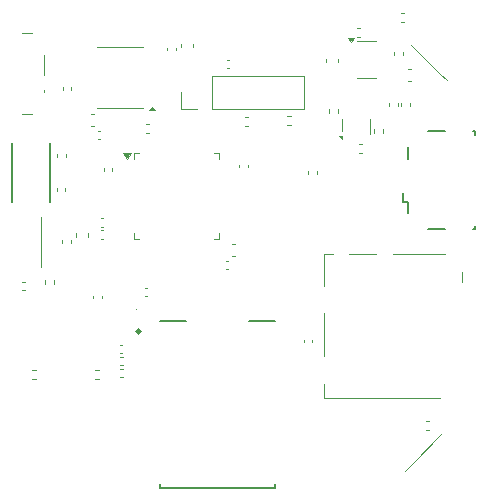
<source format=gbr>
%TF.GenerationSoftware,KiCad,Pcbnew,9.0.2*%
%TF.CreationDate,2025-09-04T21:02:57-04:00*%
%TF.ProjectId,GPSWatch,47505357-6174-4636-982e-6b696361645f,rev?*%
%TF.SameCoordinates,Original*%
%TF.FileFunction,Legend,Top*%
%TF.FilePolarity,Positive*%
%FSLAX46Y46*%
G04 Gerber Fmt 4.6, Leading zero omitted, Abs format (unit mm)*
G04 Created by KiCad (PCBNEW 9.0.2) date 2025-09-04 21:02:57*
%MOMM*%
%LPD*%
G01*
G04 APERTURE LIST*
%ADD10C,0.150000*%
%ADD11C,0.120000*%
%ADD12C,0.100000*%
%ADD13C,0.127000*%
%ADD14C,0.300000*%
G04 APERTURE END LIST*
D10*
%TO.C,J1*%
X171075000Y-111300000D02*
X172475000Y-111300000D01*
X174875000Y-111300000D02*
X175025000Y-111300000D01*
X175025000Y-111300000D02*
X175025000Y-111000000D01*
X168900000Y-108950000D02*
X169325000Y-108950000D01*
X169325000Y-108950000D02*
X169325000Y-109950000D01*
X168900000Y-108225000D02*
X168900000Y-108950000D01*
X169325000Y-105350000D02*
X169325000Y-104350000D01*
X175025000Y-103300000D02*
X175025000Y-103000000D01*
X172475000Y-103000000D02*
X171075000Y-103000000D01*
X175025000Y-103000000D02*
X174875000Y-103000000D01*
D11*
%TO.C,SW4*%
X169666548Y-131141421D02*
X172141421Y-128666548D01*
X169666548Y-131141421D02*
X169694832Y-131169706D01*
X169129146Y-131735391D02*
X169694832Y-131169706D01*
%TO.C,SW2*%
X136685000Y-101550000D02*
X137475000Y-101550000D01*
X138525000Y-99500000D02*
X138525000Y-99700000D01*
X138525000Y-96500000D02*
X138525000Y-98200000D01*
X137475000Y-94650000D02*
X136685000Y-94650000D01*
D12*
%TO.C,U6*%
X146412500Y-118125000D02*
G75*
G02*
X146312500Y-118125000I-50000J0D01*
G01*
X146312500Y-118125000D02*
G75*
G02*
X146412500Y-118125000I50000J0D01*
G01*
D11*
%TO.C,U4*%
X163790000Y-103650000D02*
X163510000Y-103370000D01*
X163790000Y-103370000D01*
X163790000Y-103650000D01*
G36*
X163790000Y-103650000D02*
G01*
X163510000Y-103370000D01*
X163790000Y-103370000D01*
X163790000Y-103650000D01*
G37*
X166110000Y-101960000D02*
X166110000Y-103260000D01*
X163790000Y-101960000D02*
X163790000Y-103010000D01*
D13*
%TO.C,U5*%
X148350000Y-119075000D02*
X150575000Y-119075000D01*
X148350000Y-132850000D02*
X148350000Y-133225000D01*
X148350000Y-133225000D02*
X158100000Y-133225000D01*
X155875000Y-119075000D02*
X158100000Y-119075000D01*
X158100000Y-133225000D02*
X158100000Y-132850000D01*
D14*
X146625000Y-119950000D02*
G75*
G02*
X146425000Y-119950000I-100000J0D01*
G01*
X146425000Y-119950000D02*
G75*
G02*
X146625000Y-119950000I100000J0D01*
G01*
D11*
%TO.C,R16*%
X170846359Y-128305000D02*
X171153641Y-128305000D01*
X170846359Y-127545000D02*
X171153641Y-127545000D01*
%TO.C,U3*%
X165837500Y-95365000D02*
X165037500Y-95365000D01*
X165837500Y-95365000D02*
X166637500Y-95365000D01*
X165837500Y-98485000D02*
X165037500Y-98485000D01*
X165837500Y-98485000D02*
X166637500Y-98485000D01*
X164537500Y-95415000D02*
X164297500Y-95085000D01*
X164777500Y-95085000D01*
X164537500Y-95415000D01*
G36*
X164537500Y-95415000D02*
G01*
X164297500Y-95085000D01*
X164777500Y-95085000D01*
X164537500Y-95415000D01*
G37*
%TO.C,R17*%
X161630000Y-106628641D02*
X161630000Y-106321359D01*
X160870000Y-106628641D02*
X160870000Y-106321359D01*
%TO.C,R12*%
X140855000Y-99221359D02*
X140855000Y-99528641D01*
X140095000Y-99221359D02*
X140095000Y-99528641D01*
%TO.C,R2*%
X168795000Y-100571359D02*
X168795000Y-100878641D01*
X169555000Y-100571359D02*
X169555000Y-100878641D01*
%TO.C,R5*%
X166445000Y-102831359D02*
X166445000Y-103138641D01*
X167205000Y-102831359D02*
X167205000Y-103138641D01*
%TO.C,R6*%
X165171359Y-104865000D02*
X165478641Y-104865000D01*
X165171359Y-104105000D02*
X165478641Y-104105000D01*
%TO.C,R3*%
X165316141Y-95017500D02*
X165008859Y-95017500D01*
X165316141Y-94257500D02*
X165008859Y-94257500D01*
%TO.C,R8*%
X155521359Y-102530000D02*
X155828641Y-102530000D01*
X155521359Y-101770000D02*
X155828641Y-101770000D01*
%TO.C,R4*%
X168132500Y-96243859D02*
X168132500Y-96551141D01*
X168892500Y-96243859D02*
X168892500Y-96551141D01*
%TO.C,U7*%
X147915000Y-101230000D02*
X147435000Y-101230000D01*
X147675000Y-100900000D01*
X147915000Y-101230000D01*
G36*
X147915000Y-101230000D02*
G01*
X147435000Y-101230000D01*
X147675000Y-100900000D01*
X147915000Y-101230000D01*
G37*
X144975000Y-95875000D02*
X143025000Y-95875000D01*
X144975000Y-95875000D02*
X146925000Y-95875000D01*
X144975000Y-100995000D02*
X143025000Y-100995000D01*
X144975000Y-100995000D02*
X146925000Y-100995000D01*
%TO.C,J4*%
X172512500Y-113405000D02*
X168062500Y-113405000D01*
X166662500Y-113405000D02*
X164362500Y-113405000D01*
X162962500Y-113405000D02*
X162242500Y-113405000D01*
X162242500Y-113405000D02*
X162242500Y-116085000D01*
X173882500Y-114885000D02*
X173882500Y-115745000D01*
X162242500Y-118385000D02*
X162242500Y-122055000D01*
X162242500Y-124355000D02*
X162242500Y-125585000D01*
X162242500Y-125585000D02*
X172062500Y-125585000D01*
%TO.C,C24*%
X140335000Y-107817164D02*
X140335000Y-108032836D01*
X139615000Y-107817164D02*
X139615000Y-108032836D01*
%TO.C,C22*%
X145182836Y-122065000D02*
X144967164Y-122065000D01*
X145182836Y-122785000D02*
X144967164Y-122785000D01*
%TO.C,C20*%
X136907836Y-115740000D02*
X136692164Y-115740000D01*
X136907836Y-116460000D02*
X136692164Y-116460000D01*
%TO.C,C17*%
X153992164Y-96940000D02*
X154207836Y-96940000D01*
X153992164Y-97660000D02*
X154207836Y-97660000D01*
%TO.C,C19*%
X139640000Y-105177836D02*
X139640000Y-104962164D01*
X140360000Y-105177836D02*
X140360000Y-104962164D01*
%TO.C,R1*%
X167720000Y-100571359D02*
X167720000Y-100878641D01*
X168480000Y-100571359D02*
X168480000Y-100878641D01*
%TO.C,C21*%
X145182836Y-123090000D02*
X144967164Y-123090000D01*
X145182836Y-123810000D02*
X144967164Y-123810000D01*
%TO.C,U1*%
X146115000Y-104865000D02*
X146115000Y-105315000D01*
X146115000Y-112085000D02*
X146115000Y-111635000D01*
X146565000Y-104865000D02*
X146115000Y-104865000D01*
X146565000Y-112085000D02*
X146115000Y-112085000D01*
X152885000Y-104865000D02*
X153335000Y-104865000D01*
X152885000Y-112085000D02*
X153335000Y-112085000D01*
X153335000Y-104865000D02*
X153335000Y-105315000D01*
X153335000Y-112085000D02*
X153335000Y-111635000D01*
X145525000Y-105315000D02*
X145185000Y-104845000D01*
X145865000Y-104845000D01*
X145525000Y-105315000D01*
G36*
X145525000Y-105315000D02*
G01*
X145185000Y-104845000D01*
X145865000Y-104845000D01*
X145525000Y-105315000D01*
G37*
%TO.C,C23*%
X145157836Y-121065000D02*
X144942164Y-121065000D01*
X145157836Y-121785000D02*
X144942164Y-121785000D01*
%TO.C,C18*%
X142677500Y-116917164D02*
X142677500Y-117132836D01*
X143397500Y-116917164D02*
X143397500Y-117132836D01*
%TO.C,C14*%
X143307836Y-102965000D02*
X143092164Y-102965000D01*
X143307836Y-103685000D02*
X143092164Y-103685000D01*
%TO.C,C10*%
X162415000Y-97115580D02*
X162415000Y-96834420D01*
X163435000Y-97115580D02*
X163435000Y-96834420D01*
%TO.C,C8*%
X140810000Y-112457836D02*
X140810000Y-112242164D01*
X140090000Y-112457836D02*
X140090000Y-112242164D01*
%TO.C,C7*%
X143317164Y-110370000D02*
X143532836Y-110370000D01*
X143317164Y-111090000D02*
X143532836Y-111090000D01*
%TO.C,C9*%
X169346920Y-97727500D02*
X169628080Y-97727500D01*
X169346920Y-98747500D02*
X169628080Y-98747500D01*
%TO.C,C11*%
X151185000Y-95865580D02*
X151185000Y-95584420D01*
X150165000Y-95865580D02*
X150165000Y-95584420D01*
%TO.C,C16*%
X160540000Y-120642164D02*
X160540000Y-120857836D01*
X161260000Y-120642164D02*
X161260000Y-120857836D01*
%TO.C,R13*%
X139355000Y-115928641D02*
X139355000Y-115621359D01*
X138595000Y-115928641D02*
X138595000Y-115621359D01*
%TO.C,C15*%
X147042164Y-116960000D02*
X147257836Y-116960000D01*
X147042164Y-116240000D02*
X147257836Y-116240000D01*
%TO.C,R7*%
X163455000Y-101423641D02*
X163455000Y-101116359D01*
X162695000Y-101423641D02*
X162695000Y-101116359D01*
%TO.C,C6*%
X143317164Y-111370000D02*
X143532836Y-111370000D01*
X143317164Y-112090000D02*
X143532836Y-112090000D01*
%TO.C,SW3*%
X172041421Y-98133452D02*
X169566548Y-95658579D01*
X172041421Y-98133452D02*
X172069706Y-98105168D01*
X172635391Y-98670854D02*
X172069706Y-98105168D01*
%TO.C,C12*%
X149685000Y-96132836D02*
X149685000Y-95917164D01*
X148965000Y-96132836D02*
X148965000Y-95917164D01*
%TO.C,C4*%
X153917164Y-114660000D02*
X154132836Y-114660000D01*
X153917164Y-113940000D02*
X154132836Y-113940000D01*
%TO.C,J5*%
X150135000Y-101080000D02*
X150135000Y-99700000D01*
X151515000Y-101080000D02*
X150135000Y-101080000D01*
X152785000Y-101080000D02*
X160515000Y-101080000D01*
X152785000Y-101080000D02*
X152785000Y-98320000D01*
X160515000Y-101080000D02*
X160515000Y-98320000D01*
X152785000Y-98320000D02*
X160515000Y-98320000D01*
%TO.C,C1*%
X155065000Y-105842164D02*
X155065000Y-106057836D01*
X155785000Y-105842164D02*
X155785000Y-106057836D01*
%TO.C,C2*%
X144310000Y-106117164D02*
X144310000Y-106332836D01*
X143590000Y-106117164D02*
X143590000Y-106332836D01*
%TO.C,C3*%
X147167164Y-102390000D02*
X147382836Y-102390000D01*
X147167164Y-103110000D02*
X147382836Y-103110000D01*
D13*
%TO.C,Y1*%
X139050000Y-104000000D02*
X139050000Y-109000000D01*
X135850000Y-104000000D02*
X135850000Y-109000000D01*
D11*
%TO.C,C5*%
X154434420Y-113535000D02*
X154715580Y-113535000D01*
X154434420Y-112515000D02*
X154715580Y-112515000D01*
%TO.C,FB1*%
X142235000Y-111587221D02*
X142235000Y-111912779D01*
X141215000Y-111587221D02*
X141215000Y-111912779D01*
%TO.C,R9*%
X159428641Y-101720000D02*
X159121359Y-101720000D01*
X159428641Y-102480000D02*
X159121359Y-102480000D01*
%TO.C,R10*%
X137546359Y-123955000D02*
X137853641Y-123955000D01*
X137546359Y-123195000D02*
X137853641Y-123195000D01*
%TO.C,R15*%
X168721359Y-93705000D02*
X169028641Y-93705000D01*
X168721359Y-92945000D02*
X169028641Y-92945000D01*
%TO.C,SW5*%
X138275000Y-111025000D02*
X138275000Y-114525000D01*
X138275000Y-111025000D02*
X138235000Y-111025000D01*
X138235000Y-110225000D02*
X138235000Y-111025000D01*
%TO.C,C13*%
X142790580Y-101515000D02*
X142509420Y-101515000D01*
X142790580Y-102535000D02*
X142509420Y-102535000D01*
%TO.C,R11*%
X142871359Y-123980000D02*
X143178641Y-123980000D01*
X142871359Y-123220000D02*
X143178641Y-123220000D01*
%TD*%
M02*

</source>
